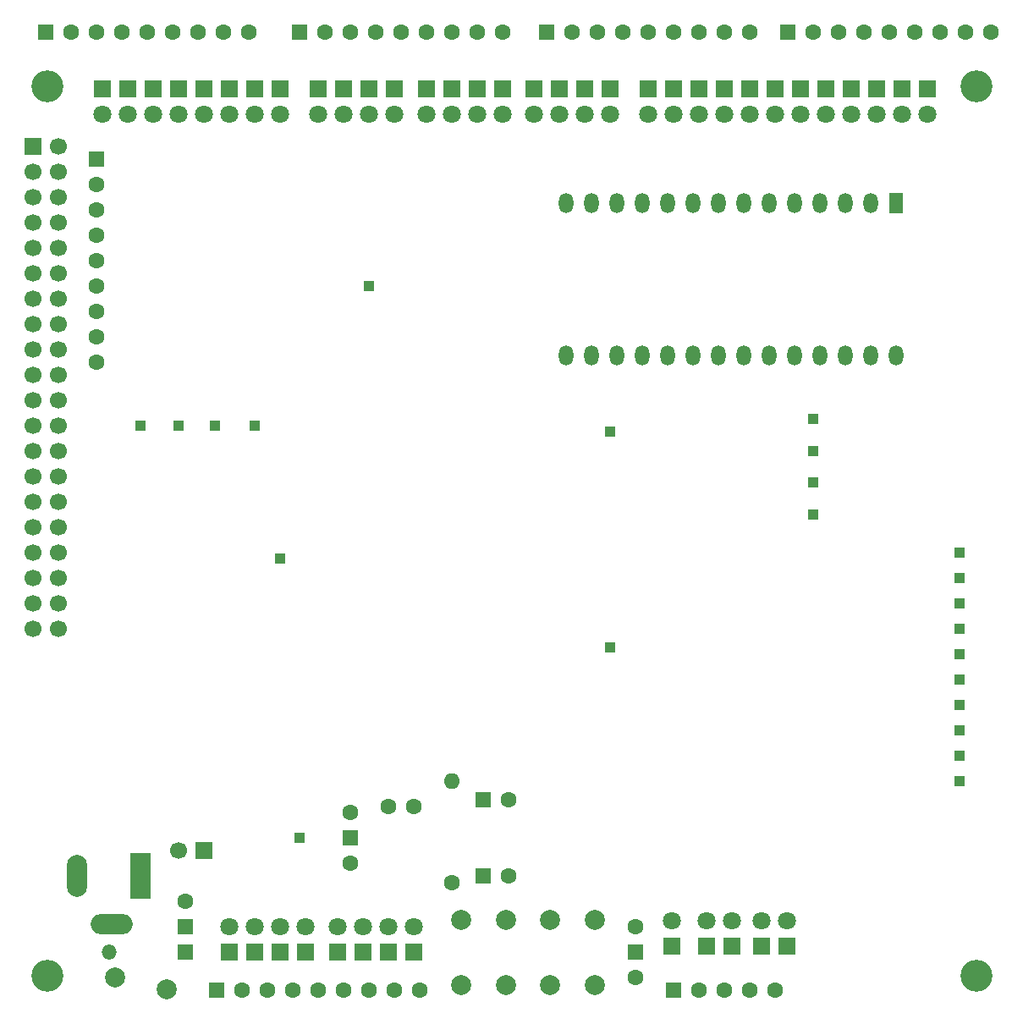
<source format=gbs>
G04 #@! TF.GenerationSoftware,KiCad,Pcbnew,9.0.1*
G04 #@! TF.CreationDate,2025-04-19T17:16:31+09:00*
G04 #@! TF.ProjectId,HC4_KiCad,4843345f-4b69-4436-9164-2e6b69636164,1.2*
G04 #@! TF.SameCoordinates,Original*
G04 #@! TF.FileFunction,Soldermask,Bot*
G04 #@! TF.FilePolarity,Negative*
%FSLAX46Y46*%
G04 Gerber Fmt 4.6, Leading zero omitted, Abs format (unit mm)*
G04 Created by KiCad (PCBNEW 9.0.1) date 2025-04-19 17:16:31*
%MOMM*%
%LPD*%
G01*
G04 APERTURE LIST*
%ADD10R,1.600000X1.600000*%
%ADD11C,1.600000*%
%ADD12R,1.800000X1.800000*%
%ADD13C,1.800000*%
%ADD14R,1.000000X1.000000*%
%ADD15R,2.000000X4.600000*%
%ADD16O,2.000000X4.200000*%
%ADD17O,4.200000X2.000000*%
%ADD18C,2.000000*%
%ADD19C,3.200000*%
%ADD20R,1.700000X1.700000*%
%ADD21C,1.700000*%
%ADD22R,1.500000X1.500000*%
%ADD23O,1.500000X1.500000*%
%ADD24C,2.010000*%
%ADD25O,1.600000X1.600000*%
%ADD26R,1.440000X2.000000*%
%ADD27O,1.440000X2.000000*%
G04 APERTURE END LIST*
D10*
X116205000Y-147955000D03*
D11*
X118745000Y-147955000D03*
X121285000Y-147955000D03*
X123825000Y-147955000D03*
X126365000Y-147955000D03*
D12*
X131445000Y-57785000D03*
D13*
X131445000Y-60325000D03*
D12*
X83185000Y-57785000D03*
D13*
X83185000Y-60325000D03*
D14*
X130175000Y-100330000D03*
D12*
X133985000Y-57785000D03*
D13*
X133985000Y-60325000D03*
D12*
X119500000Y-143500000D03*
D13*
X119500000Y-140960000D03*
D14*
X109855000Y-113665000D03*
X130175000Y-97155000D03*
D12*
X125000000Y-143500000D03*
D13*
X125000000Y-140960000D03*
D14*
X74295000Y-91440000D03*
D10*
X97155000Y-128905000D03*
D11*
X99655000Y-128905000D03*
D12*
X66675000Y-57785000D03*
D13*
X66675000Y-60325000D03*
D14*
X70307200Y-91440000D03*
D11*
X87650000Y-129540000D03*
X90150000Y-129540000D03*
D14*
X109855000Y-92075000D03*
D15*
X62825000Y-136525000D03*
D16*
X56525000Y-136525000D03*
D17*
X59925000Y-141325000D03*
D12*
X113665000Y-57785000D03*
D13*
X113665000Y-60325000D03*
D10*
X97155000Y-136525000D03*
D11*
X99655000Y-136525000D03*
D12*
X109855000Y-57785000D03*
D13*
X109855000Y-60325000D03*
D10*
X70485000Y-147955000D03*
D11*
X73025000Y-147955000D03*
X75565000Y-147955000D03*
X78105000Y-147955000D03*
X80645000Y-147955000D03*
X83185000Y-147955000D03*
X85725000Y-147955000D03*
X88265000Y-147955000D03*
X90805000Y-147955000D03*
D14*
X130175000Y-93980000D03*
D12*
X123825000Y-57785000D03*
D13*
X123825000Y-60325000D03*
D12*
X64135000Y-57785000D03*
D13*
X64135000Y-60325000D03*
D14*
X144780000Y-114300000D03*
X144780000Y-119380000D03*
D12*
X107315000Y-57785000D03*
D13*
X107315000Y-60325000D03*
D12*
X93980000Y-57785000D03*
D13*
X93980000Y-60325000D03*
D18*
X108295000Y-140895000D03*
X108295000Y-147395000D03*
X103795000Y-140895000D03*
X103795000Y-147395000D03*
D14*
X144780000Y-121920000D03*
D12*
X141605000Y-57785000D03*
D13*
X141605000Y-60325000D03*
D14*
X144780000Y-127000000D03*
D12*
X61595000Y-57785000D03*
D13*
X61595000Y-60325000D03*
D12*
X139065000Y-57785000D03*
D13*
X139065000Y-60325000D03*
D12*
X69215000Y-57785000D03*
D13*
X69215000Y-60325000D03*
D12*
X82550000Y-144145000D03*
D13*
X82550000Y-141605000D03*
D14*
X144780000Y-116840000D03*
D12*
X88265000Y-57785000D03*
D13*
X88265000Y-60325000D03*
D19*
X146500000Y-146500000D03*
D10*
X67320000Y-141565000D03*
D11*
X67320000Y-139065000D03*
D10*
X127635000Y-52070000D03*
D11*
X130175000Y-52070000D03*
X132715000Y-52070000D03*
X135255000Y-52070000D03*
X137795000Y-52070000D03*
X140335000Y-52070000D03*
X142875000Y-52070000D03*
X145415000Y-52070000D03*
X147955000Y-52070000D03*
D14*
X144780000Y-111760000D03*
D12*
X96520000Y-57785000D03*
D13*
X96520000Y-60325000D03*
D12*
X102235000Y-57785000D03*
D13*
X102235000Y-60325000D03*
D12*
X71755000Y-144145000D03*
D13*
X71755000Y-141605000D03*
D14*
X144780000Y-106680000D03*
X130175000Y-90805000D03*
D12*
X74295000Y-144145000D03*
D13*
X74295000Y-141605000D03*
D20*
X69195000Y-133985000D03*
D21*
X66655000Y-133985000D03*
D12*
X127540000Y-143500000D03*
D13*
X127540000Y-140960000D03*
D12*
X99060000Y-57785000D03*
D13*
X99060000Y-60325000D03*
D12*
X74295000Y-57785000D03*
D13*
X74295000Y-60325000D03*
D22*
X83820000Y-132715000D03*
D11*
X83820000Y-135255000D03*
X83820000Y-130175000D03*
D12*
X85725000Y-57785000D03*
D13*
X85725000Y-60325000D03*
D14*
X76835000Y-104775000D03*
D22*
X112395000Y-144145000D03*
D11*
X112395000Y-141605000D03*
X112395000Y-146685000D03*
D14*
X62865000Y-91440000D03*
D12*
X91440000Y-57785000D03*
D13*
X91440000Y-60325000D03*
D19*
X146500000Y-57500000D03*
D18*
X99405000Y-140895000D03*
X99405000Y-147395000D03*
X94905000Y-140895000D03*
X94905000Y-147395000D03*
D12*
X76835000Y-144145000D03*
D13*
X76835000Y-141605000D03*
D12*
X128905000Y-57785000D03*
D13*
X128905000Y-60325000D03*
D22*
X67320000Y-144145000D03*
D23*
X59700000Y-144145000D03*
D12*
X71755000Y-57785000D03*
D13*
X71755000Y-60325000D03*
D19*
X53500000Y-146500000D03*
D12*
X85090000Y-144145000D03*
D13*
X85090000Y-141605000D03*
D20*
X52070000Y-63500000D03*
D21*
X54610000Y-63500000D03*
X52070000Y-66040000D03*
X54610000Y-66040000D03*
X52070000Y-68580000D03*
X54610000Y-68580000D03*
X52070000Y-71120000D03*
X54610000Y-71120000D03*
X52070000Y-73660000D03*
X54610000Y-73660000D03*
X52070000Y-76200000D03*
X54610000Y-76200000D03*
X52070000Y-78740000D03*
X54610000Y-78740000D03*
X52070000Y-81280000D03*
X54610000Y-81280000D03*
X52070000Y-83820000D03*
X54610000Y-83820000D03*
X52070000Y-86360000D03*
X54610000Y-86360000D03*
X52070000Y-88900000D03*
X54610000Y-88900000D03*
X52070000Y-91440000D03*
X54610000Y-91440000D03*
X52070000Y-93980000D03*
X54610000Y-93980000D03*
X52070000Y-96520000D03*
X54610000Y-96520000D03*
X52070000Y-99060000D03*
X54610000Y-99060000D03*
X52070000Y-101600000D03*
X54610000Y-101600000D03*
X52070000Y-104140000D03*
X54610000Y-104140000D03*
X52070000Y-106680000D03*
X54610000Y-106680000D03*
X52070000Y-109220000D03*
X54610000Y-109220000D03*
X52070000Y-111760000D03*
X54610000Y-111760000D03*
D12*
X80645000Y-57785000D03*
D13*
X80645000Y-60325000D03*
D12*
X87630000Y-144145000D03*
D13*
X87630000Y-141605000D03*
D12*
X59055000Y-57785000D03*
D13*
X59055000Y-60325000D03*
D12*
X116205000Y-57785000D03*
D13*
X116205000Y-60325000D03*
D19*
X53500000Y-57500000D03*
D10*
X103505000Y-52070000D03*
D11*
X106045000Y-52070000D03*
X108585000Y-52070000D03*
X111125000Y-52070000D03*
X113665000Y-52070000D03*
X116205000Y-52070000D03*
X118745000Y-52070000D03*
X121285000Y-52070000D03*
X123825000Y-52070000D03*
D24*
X60325000Y-146685000D03*
X65425000Y-147885000D03*
D12*
X121285000Y-57785000D03*
D13*
X121285000Y-60325000D03*
D12*
X122000000Y-143500000D03*
D13*
X122000000Y-140960000D03*
D14*
X144780000Y-124460000D03*
D11*
X93980000Y-137160000D03*
D25*
X93980000Y-127000000D03*
D12*
X90170000Y-144145000D03*
D13*
X90170000Y-141605000D03*
D12*
X79375000Y-144145000D03*
D13*
X79375000Y-141605000D03*
D26*
X138430000Y-69215000D03*
D27*
X135890000Y-69215000D03*
X133350000Y-69215000D03*
X130810000Y-69215000D03*
X128270000Y-69215000D03*
X125730000Y-69215000D03*
X123190000Y-69215000D03*
X120650000Y-69215000D03*
X118110000Y-69215000D03*
X115570000Y-69215000D03*
X113030000Y-69215000D03*
X110490000Y-69215000D03*
X107950000Y-69215000D03*
X105410000Y-69215000D03*
X105410000Y-84455000D03*
X107950000Y-84455000D03*
X110490000Y-84455000D03*
X113030000Y-84455000D03*
X115570000Y-84455000D03*
X118110000Y-84455000D03*
X120650000Y-84455000D03*
X123190000Y-84455000D03*
X125730000Y-84455000D03*
X128270000Y-84455000D03*
X130810000Y-84455000D03*
X133350000Y-84455000D03*
X135890000Y-84455000D03*
X138430000Y-84455000D03*
D12*
X104775000Y-57785000D03*
D13*
X104775000Y-60325000D03*
D14*
X85725000Y-77470000D03*
X144780000Y-109220000D03*
D10*
X78740000Y-52070000D03*
D11*
X81280000Y-52070000D03*
X83820000Y-52070000D03*
X86360000Y-52070000D03*
X88900000Y-52070000D03*
X91440000Y-52070000D03*
X93980000Y-52070000D03*
X96520000Y-52070000D03*
X99060000Y-52070000D03*
D12*
X116000000Y-143500000D03*
D13*
X116000000Y-140960000D03*
D10*
X53340000Y-52070000D03*
D11*
X55880000Y-52070000D03*
X58420000Y-52070000D03*
X60960000Y-52070000D03*
X63500000Y-52070000D03*
X66040000Y-52070000D03*
X68580000Y-52070000D03*
X71120000Y-52070000D03*
X73660000Y-52070000D03*
D14*
X144780000Y-104140000D03*
X66675000Y-91440000D03*
D12*
X136525000Y-57785000D03*
D13*
X136525000Y-60325000D03*
D12*
X118745000Y-57785000D03*
D13*
X118745000Y-60325000D03*
D12*
X76835000Y-57785000D03*
D13*
X76835000Y-60325000D03*
D10*
X58420000Y-64770000D03*
D11*
X58420000Y-67310000D03*
X58420000Y-69850000D03*
X58420000Y-72390000D03*
X58420000Y-74930000D03*
X58420000Y-77470000D03*
X58420000Y-80010000D03*
X58420000Y-82550000D03*
X58420000Y-85090000D03*
D12*
X126365000Y-57785000D03*
D13*
X126365000Y-60325000D03*
D14*
X78740000Y-132715000D03*
M02*

</source>
